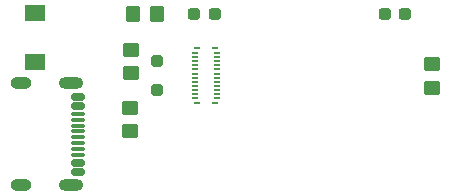
<source format=gtp>
G04 #@! TF.GenerationSoftware,KiCad,Pcbnew,8.0.8*
G04 #@! TF.CreationDate,2025-01-20T17:12:31-05:00*
G04 #@! TF.ProjectId,panel,70616e65-6c2e-46b6-9963-61645f706362,rev?*
G04 #@! TF.SameCoordinates,Original*
G04 #@! TF.FileFunction,Paste,Top*
G04 #@! TF.FilePolarity,Positive*
%FSLAX46Y46*%
G04 Gerber Fmt 4.6, Leading zero omitted, Abs format (unit mm)*
G04 Created by KiCad (PCBNEW 8.0.8) date 2025-01-20 17:12:31*
%MOMM*%
%LPD*%
G01*
G04 APERTURE LIST*
G04 Aperture macros list*
%AMRoundRect*
0 Rectangle with rounded corners*
0 $1 Rounding radius*
0 $2 $3 $4 $5 $6 $7 $8 $9 X,Y pos of 4 corners*
0 Add a 4 corners polygon primitive as box body*
4,1,4,$2,$3,$4,$5,$6,$7,$8,$9,$2,$3,0*
0 Add four circle primitives for the rounded corners*
1,1,$1+$1,$2,$3*
1,1,$1+$1,$4,$5*
1,1,$1+$1,$6,$7*
1,1,$1+$1,$8,$9*
0 Add four rect primitives between the rounded corners*
20,1,$1+$1,$2,$3,$4,$5,0*
20,1,$1+$1,$4,$5,$6,$7,0*
20,1,$1+$1,$6,$7,$8,$9,0*
20,1,$1+$1,$8,$9,$2,$3,0*%
G04 Aperture macros list end*
%ADD10RoundRect,0.250000X0.250000X-0.250000X0.250000X0.250000X-0.250000X0.250000X-0.250000X-0.250000X0*%
%ADD11RoundRect,0.250000X0.450000X-0.350000X0.450000X0.350000X-0.450000X0.350000X-0.450000X-0.350000X0*%
%ADD12RoundRect,0.250000X-0.350000X-0.450000X0.350000X-0.450000X0.350000X0.450000X-0.350000X0.450000X0*%
%ADD13RoundRect,0.237500X-0.287500X-0.237500X0.287500X-0.237500X0.287500X0.237500X-0.287500X0.237500X0*%
%ADD14R,1.800000X1.350000*%
%ADD15RoundRect,0.150000X-0.425000X0.150000X-0.425000X-0.150000X0.425000X-0.150000X0.425000X0.150000X0*%
%ADD16RoundRect,0.075000X-0.500000X0.075000X-0.500000X-0.075000X0.500000X-0.075000X0.500000X0.075000X0*%
%ADD17O,2.100000X1.000000*%
%ADD18O,1.800000X1.000000*%
%ADD19RoundRect,0.237500X0.287500X0.237500X-0.287500X0.237500X-0.287500X-0.237500X0.287500X-0.237500X0*%
%ADD20R,0.485000X0.180000*%
%ADD21R,0.535000X0.230000*%
G04 APERTURE END LIST*
D10*
G04 #@! TO.C,D1*
X27950000Y-34230000D03*
X27950000Y-31730000D03*
G04 #@! TD*
D11*
G04 #@! TO.C,R2*
X25710000Y-37730000D03*
X25710000Y-35730000D03*
G04 #@! TD*
D12*
G04 #@! TO.C,R3*
X25950000Y-27790000D03*
X27950000Y-27790000D03*
G04 #@! TD*
D13*
G04 #@! TO.C,D3*
X47225000Y-27800000D03*
X48975000Y-27800000D03*
G04 #@! TD*
D14*
G04 #@! TO.C,SW1*
X17650000Y-27683866D03*
X17650000Y-31833866D03*
G04 #@! TD*
D15*
G04 #@! TO.C,P1*
X21230000Y-34780000D03*
X21230000Y-35580000D03*
D16*
X21230000Y-36730000D03*
X21230000Y-37730000D03*
X21230000Y-38230000D03*
X21230000Y-39230000D03*
D15*
X21230000Y-40380000D03*
X21230000Y-41180000D03*
X21230000Y-41180000D03*
X21230000Y-40380000D03*
D16*
X21230000Y-39730000D03*
X21230000Y-38730000D03*
X21230000Y-37230000D03*
X21230000Y-36230000D03*
D15*
X21230000Y-35580000D03*
X21230000Y-34780000D03*
D17*
X20655000Y-33660000D03*
D18*
X16475000Y-33660000D03*
D17*
X20655000Y-42300000D03*
D18*
X16475000Y-42300000D03*
G04 #@! TD*
D11*
G04 #@! TO.C,R1*
X25740000Y-32810000D03*
X25740000Y-30810000D03*
G04 #@! TD*
G04 #@! TO.C,R4*
X51200000Y-34010000D03*
X51200000Y-32010000D03*
G04 #@! TD*
D19*
G04 #@! TO.C,D2*
X32875000Y-27800000D03*
X31125000Y-27800000D03*
G04 #@! TD*
D20*
G04 #@! TO.C,J1*
X33007000Y-31075000D03*
X33007000Y-31425000D03*
X33007000Y-31775000D03*
X33007000Y-32125000D03*
X33007000Y-32475000D03*
X33007000Y-32825000D03*
X33007000Y-33175000D03*
X33007000Y-33525000D03*
X33007000Y-33875000D03*
X33007000Y-34225000D03*
X33007000Y-34575000D03*
X33007000Y-34925000D03*
X31192000Y-34925000D03*
X31192000Y-34575000D03*
X31192000Y-34225000D03*
X31192000Y-33875000D03*
X31192000Y-33525000D03*
X31192000Y-33175000D03*
X31192000Y-32825000D03*
X31192000Y-32475000D03*
X31192000Y-32125000D03*
X31192000Y-31775000D03*
X31192000Y-31425000D03*
X31192000Y-31075000D03*
D21*
X32868000Y-30700000D03*
X31332000Y-30700000D03*
X32868000Y-35300000D03*
X31332000Y-35300000D03*
G04 #@! TD*
M02*

</source>
